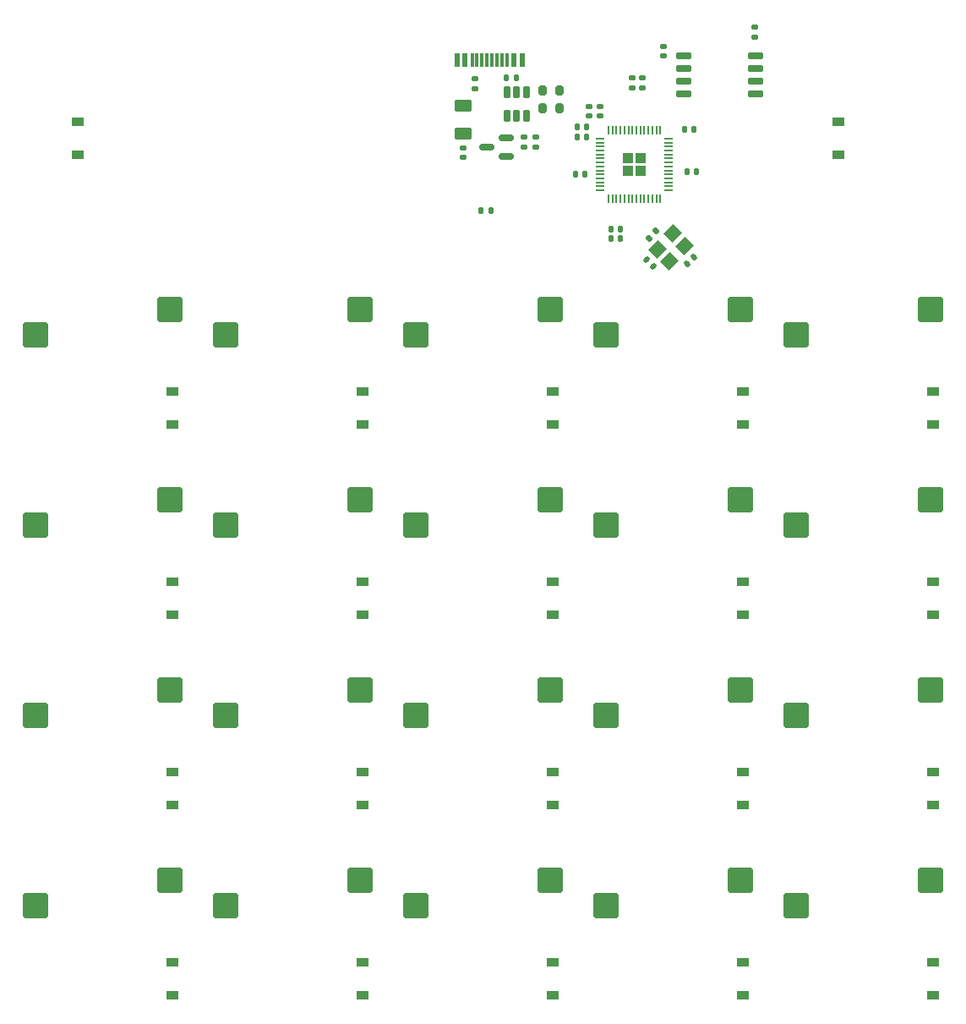
<source format=gbr>
%TF.GenerationSoftware,KiCad,Pcbnew,(6.0.7)*%
%TF.CreationDate,2022-10-27T14:14:11-04:00*%
%TF.ProjectId,BlueTeamPad,426c7565-5465-4616-9d50-61642e6b6963,rev?*%
%TF.SameCoordinates,Original*%
%TF.FileFunction,Paste,Bot*%
%TF.FilePolarity,Positive*%
%FSLAX46Y46*%
G04 Gerber Fmt 4.6, Leading zero omitted, Abs format (unit mm)*
G04 Created by KiCad (PCBNEW (6.0.7)) date 2022-10-27 14:14:11*
%MOMM*%
%LPD*%
G01*
G04 APERTURE LIST*
G04 Aperture macros list*
%AMRoundRect*
0 Rectangle with rounded corners*
0 $1 Rounding radius*
0 $2 $3 $4 $5 $6 $7 $8 $9 X,Y pos of 4 corners*
0 Add a 4 corners polygon primitive as box body*
4,1,4,$2,$3,$4,$5,$6,$7,$8,$9,$2,$3,0*
0 Add four circle primitives for the rounded corners*
1,1,$1+$1,$2,$3*
1,1,$1+$1,$4,$5*
1,1,$1+$1,$6,$7*
1,1,$1+$1,$8,$9*
0 Add four rect primitives between the rounded corners*
20,1,$1+$1,$2,$3,$4,$5,0*
20,1,$1+$1,$4,$5,$6,$7,0*
20,1,$1+$1,$6,$7,$8,$9,0*
20,1,$1+$1,$8,$9,$2,$3,0*%
%AMRotRect*
0 Rectangle, with rotation*
0 The origin of the aperture is its center*
0 $1 length*
0 $2 width*
0 $3 Rotation angle, in degrees counterclockwise*
0 Add horizontal line*
21,1,$1,$2,0,0,$3*%
G04 Aperture macros list end*
%ADD10R,1.200000X0.900000*%
%ADD11RoundRect,0.250000X1.025000X1.000000X-1.025000X1.000000X-1.025000X-1.000000X1.025000X-1.000000X0*%
%ADD12RoundRect,0.150000X0.650000X0.150000X-0.650000X0.150000X-0.650000X-0.150000X0.650000X-0.150000X0*%
%ADD13RoundRect,0.150000X-0.150000X0.475000X-0.150000X-0.475000X0.150000X-0.475000X0.150000X0.475000X0*%
%ADD14RoundRect,0.135000X0.135000X0.185000X-0.135000X0.185000X-0.135000X-0.185000X0.135000X-0.185000X0*%
%ADD15RoundRect,0.140000X-0.140000X-0.170000X0.140000X-0.170000X0.140000X0.170000X-0.140000X0.170000X0*%
%ADD16RoundRect,0.200000X0.200000X0.275000X-0.200000X0.275000X-0.200000X-0.275000X0.200000X-0.275000X0*%
%ADD17RoundRect,0.140000X0.170000X-0.140000X0.170000X0.140000X-0.170000X0.140000X-0.170000X-0.140000X0*%
%ADD18RoundRect,0.140000X0.140000X0.170000X-0.140000X0.170000X-0.140000X-0.170000X0.140000X-0.170000X0*%
%ADD19RoundRect,0.250000X-0.625000X0.375000X-0.625000X-0.375000X0.625000X-0.375000X0.625000X0.375000X0*%
%ADD20RoundRect,0.250000X0.292217X0.292217X-0.292217X0.292217X-0.292217X-0.292217X0.292217X-0.292217X0*%
%ADD21RoundRect,0.050000X0.387500X0.050000X-0.387500X0.050000X-0.387500X-0.050000X0.387500X-0.050000X0*%
%ADD22RoundRect,0.050000X0.050000X0.387500X-0.050000X0.387500X-0.050000X-0.387500X0.050000X-0.387500X0*%
%ADD23RoundRect,0.140000X0.021213X-0.219203X0.219203X-0.021213X-0.021213X0.219203X-0.219203X0.021213X0*%
%ADD24RoundRect,0.140000X-0.170000X0.140000X-0.170000X-0.140000X0.170000X-0.140000X0.170000X0.140000X0*%
%ADD25RoundRect,0.200000X-0.200000X-0.275000X0.200000X-0.275000X0.200000X0.275000X-0.200000X0.275000X0*%
%ADD26RoundRect,0.135000X-0.185000X0.135000X-0.185000X-0.135000X0.185000X-0.135000X0.185000X0.135000X0*%
%ADD27RoundRect,0.150000X0.587500X0.150000X-0.587500X0.150000X-0.587500X-0.150000X0.587500X-0.150000X0*%
%ADD28RoundRect,0.140000X0.219203X0.021213X0.021213X0.219203X-0.219203X-0.021213X-0.021213X-0.219203X0*%
%ADD29RoundRect,0.135000X0.035355X-0.226274X0.226274X-0.035355X-0.035355X0.226274X-0.226274X0.035355X0*%
%ADD30R,0.600000X1.450000*%
%ADD31R,0.300000X1.450000*%
%ADD32RoundRect,0.135000X0.185000X-0.135000X0.185000X0.135000X-0.185000X0.135000X-0.185000X-0.135000X0*%
%ADD33RoundRect,0.135000X-0.135000X-0.185000X0.135000X-0.185000X0.135000X0.185000X-0.135000X0.185000X0*%
%ADD34RotRect,1.400000X1.200000X45.000000*%
G04 APERTURE END LIST*
D10*
%TO.C,D10*%
X109537500Y-114362500D03*
X109537500Y-111062500D03*
%TD*%
D11*
%TO.C,SW20*%
X76777500Y-143510000D03*
X90227500Y-140970000D03*
%TD*%
D10*
%TO.C,D5*%
X109537500Y-95312500D03*
X109537500Y-92012500D03*
%TD*%
%TO.C,D2*%
X138112500Y-68325000D03*
X138112500Y-65025000D03*
%TD*%
D12*
%TO.C,U3*%
X129806250Y-58420000D03*
X129806250Y-59690000D03*
X129806250Y-60960000D03*
X129806250Y-62230000D03*
X122606250Y-62230000D03*
X122606250Y-60960000D03*
X122606250Y-59690000D03*
X122606250Y-58420000D03*
%TD*%
D10*
%TO.C,D15*%
X109537500Y-133412500D03*
X109537500Y-130112500D03*
%TD*%
D13*
%TO.C,U2*%
X104968000Y-62071000D03*
X105918000Y-62071000D03*
X106868000Y-62071000D03*
X106868000Y-64421000D03*
X105918000Y-64421000D03*
X104968000Y-64421000D03*
%TD*%
D14*
%TO.C,R4*%
X105920000Y-60579000D03*
X104900000Y-60579000D03*
%TD*%
D10*
%TO.C,D4*%
X90487500Y-95312500D03*
X90487500Y-92012500D03*
%TD*%
D15*
%TO.C,C16*%
X122952000Y-69993000D03*
X123912000Y-69993000D03*
%TD*%
D11*
%TO.C,SW5*%
X76777500Y-86360000D03*
X90227500Y-83820000D03*
%TD*%
%TO.C,SW6*%
X95827500Y-86360000D03*
X109277500Y-83820000D03*
%TD*%
D10*
%TO.C,D19*%
X90487500Y-152462500D03*
X90487500Y-149162500D03*
%TD*%
D15*
%TO.C,C14*%
X122710000Y-65786000D03*
X123670000Y-65786000D03*
%TD*%
D10*
%TO.C,D1*%
X61912500Y-68325000D03*
X61912500Y-65025000D03*
%TD*%
D16*
%TO.C,R1*%
X110172000Y-61849000D03*
X108522000Y-61849000D03*
%TD*%
D17*
%TO.C,C5*%
X117449600Y-61598750D03*
X117449600Y-60638750D03*
%TD*%
%TO.C,C11*%
X120650000Y-58442800D03*
X120650000Y-57482800D03*
%TD*%
D18*
%TO.C,C12*%
X112900400Y-66548000D03*
X111940400Y-66548000D03*
%TD*%
D10*
%TO.C,D22*%
X147637500Y-152462500D03*
X147637500Y-149162500D03*
%TD*%
D11*
%TO.C,SW21*%
X95827500Y-143510000D03*
X109277500Y-140970000D03*
%TD*%
%TO.C,SW22*%
X114877500Y-143510000D03*
X128327500Y-140970000D03*
%TD*%
D18*
%TO.C,C13*%
X116304000Y-76708000D03*
X115344000Y-76708000D03*
%TD*%
D10*
%TO.C,D9*%
X90487500Y-114362500D03*
X90487500Y-111062500D03*
%TD*%
D19*
%TO.C,F1*%
X100584000Y-63370000D03*
X100584000Y-66170000D03*
%TD*%
D20*
%TO.C,U1*%
X118341100Y-68653700D03*
X117066100Y-68653700D03*
X118341100Y-69928700D03*
X117066100Y-69928700D03*
D21*
X121141100Y-66691200D03*
X121141100Y-67091200D03*
X121141100Y-67491200D03*
X121141100Y-67891200D03*
X121141100Y-68291200D03*
X121141100Y-68691200D03*
X121141100Y-69091200D03*
X121141100Y-69491200D03*
X121141100Y-69891200D03*
X121141100Y-70291200D03*
X121141100Y-70691200D03*
X121141100Y-71091200D03*
X121141100Y-71491200D03*
X121141100Y-71891200D03*
D22*
X120303600Y-72728700D03*
X119903600Y-72728700D03*
X119503600Y-72728700D03*
X119103600Y-72728700D03*
X118703600Y-72728700D03*
X118303600Y-72728700D03*
X117903600Y-72728700D03*
X117503600Y-72728700D03*
X117103600Y-72728700D03*
X116703600Y-72728700D03*
X116303600Y-72728700D03*
X115903600Y-72728700D03*
X115503600Y-72728700D03*
X115103600Y-72728700D03*
D21*
X114266100Y-71891200D03*
X114266100Y-71491200D03*
X114266100Y-71091200D03*
X114266100Y-70691200D03*
X114266100Y-70291200D03*
X114266100Y-69891200D03*
X114266100Y-69491200D03*
X114266100Y-69091200D03*
X114266100Y-68691200D03*
X114266100Y-68291200D03*
X114266100Y-67891200D03*
X114266100Y-67491200D03*
X114266100Y-67091200D03*
X114266100Y-66691200D03*
D22*
X115103600Y-65853700D03*
X115503600Y-65853700D03*
X115903600Y-65853700D03*
X116303600Y-65853700D03*
X116703600Y-65853700D03*
X117103600Y-65853700D03*
X117503600Y-65853700D03*
X117903600Y-65853700D03*
X118303600Y-65853700D03*
X118703600Y-65853700D03*
X119103600Y-65853700D03*
X119503600Y-65853700D03*
X119903600Y-65853700D03*
X120303600Y-65853700D03*
%TD*%
D18*
%TO.C,C15*%
X112748000Y-70231000D03*
X111788000Y-70231000D03*
%TD*%
D11*
%TO.C,SW13*%
X133927500Y-105410000D03*
X147377500Y-102870000D03*
%TD*%
%TO.C,SW18*%
X133927500Y-124460000D03*
X147377500Y-121920000D03*
%TD*%
D10*
%TO.C,D6*%
X128587500Y-95312500D03*
X128587500Y-92012500D03*
%TD*%
D23*
%TO.C,C3*%
X122977589Y-79206411D03*
X123656411Y-78527589D03*
%TD*%
D11*
%TO.C,SW16*%
X95827500Y-124460000D03*
X109277500Y-121920000D03*
%TD*%
D10*
%TO.C,D8*%
X71437500Y-114362500D03*
X71437500Y-111062500D03*
%TD*%
D11*
%TO.C,SW11*%
X95827500Y-105410000D03*
X109277500Y-102870000D03*
%TD*%
D10*
%TO.C,D18*%
X71437500Y-152462500D03*
X71437500Y-149162500D03*
%TD*%
D24*
%TO.C,C2*%
X100584000Y-67620000D03*
X100584000Y-68580000D03*
%TD*%
D25*
%TO.C,R2*%
X108522000Y-63627000D03*
X110172000Y-63627000D03*
%TD*%
D11*
%TO.C,SW12*%
X114877500Y-105410000D03*
X128327500Y-102870000D03*
%TD*%
D17*
%TO.C,C8*%
X118516400Y-61598750D03*
X118516400Y-60638750D03*
%TD*%
D26*
%TO.C,R6*%
X129794000Y-55497000D03*
X129794000Y-56517000D03*
%TD*%
D17*
%TO.C,C1*%
X106680000Y-67536000D03*
X106680000Y-66576000D03*
%TD*%
D11*
%TO.C,SW9*%
X57727500Y-105410000D03*
X71177500Y-102870000D03*
%TD*%
%TO.C,SW10*%
X76777500Y-105410000D03*
X90227500Y-102870000D03*
%TD*%
D18*
%TO.C,C7*%
X116304000Y-75742800D03*
X115344000Y-75742800D03*
%TD*%
D10*
%TO.C,D16*%
X128587500Y-133412500D03*
X128587500Y-130112500D03*
%TD*%
D11*
%TO.C,SW7*%
X114877500Y-86360000D03*
X128327500Y-83820000D03*
%TD*%
D27*
%TO.C,U4*%
X104823500Y-66614000D03*
X104823500Y-68514000D03*
X102948500Y-67564000D03*
%TD*%
D10*
%TO.C,D11*%
X128587500Y-114362500D03*
X128587500Y-111062500D03*
%TD*%
D17*
%TO.C,C9*%
X107823000Y-67536000D03*
X107823000Y-66576000D03*
%TD*%
D28*
%TO.C,C4*%
X119592411Y-79460411D03*
X118913589Y-78781589D03*
%TD*%
D11*
%TO.C,SW15*%
X76777500Y-124460000D03*
X90227500Y-121920000D03*
%TD*%
D10*
%TO.C,D14*%
X90487500Y-133412500D03*
X90487500Y-130112500D03*
%TD*%
%TO.C,D3*%
X71437500Y-95312500D03*
X71437500Y-92012500D03*
%TD*%
D29*
%TO.C,R5*%
X119146376Y-76687624D03*
X119867624Y-75966376D03*
%TD*%
D30*
%TO.C,J1*%
X99937500Y-58813750D03*
X100737500Y-58813750D03*
D31*
X101937500Y-58813750D03*
X102937500Y-58813750D03*
X103437500Y-58813750D03*
X104437500Y-58813750D03*
D30*
X105637500Y-58813750D03*
X106437500Y-58813750D03*
X106437500Y-58813750D03*
X105637500Y-58813750D03*
D31*
X104937500Y-58813750D03*
X103937500Y-58813750D03*
X102437500Y-58813750D03*
X101437500Y-58813750D03*
D30*
X100737500Y-58813750D03*
X99937500Y-58813750D03*
%TD*%
D32*
%TO.C,R3*%
X101727000Y-61724000D03*
X101727000Y-60704000D03*
%TD*%
D10*
%TO.C,D12*%
X147637500Y-114362500D03*
X147637500Y-111062500D03*
%TD*%
D33*
%TO.C,R7*%
X102360000Y-73914000D03*
X103380000Y-73914000D03*
%TD*%
D10*
%TO.C,D17*%
X147637500Y-133412500D03*
X147637500Y-130112500D03*
%TD*%
D34*
%TO.C,Y1*%
X119983365Y-77773777D03*
X121539000Y-76218142D03*
X122741081Y-77420223D03*
X121185446Y-78975858D03*
%TD*%
D17*
%TO.C,C10*%
X113131600Y-64437200D03*
X113131600Y-63477200D03*
%TD*%
D11*
%TO.C,SW4*%
X57727500Y-86360000D03*
X71177500Y-83820000D03*
%TD*%
D10*
%TO.C,D13*%
X71437500Y-133412500D03*
X71437500Y-130112500D03*
%TD*%
D17*
%TO.C,C6*%
X114300000Y-64437200D03*
X114300000Y-63477200D03*
%TD*%
D11*
%TO.C,SW8*%
X133927500Y-86360000D03*
X147377500Y-83820000D03*
%TD*%
%TO.C,SW23*%
X133927500Y-143510000D03*
X147377500Y-140970000D03*
%TD*%
%TO.C,SW19*%
X57727500Y-143510000D03*
X71177500Y-140970000D03*
%TD*%
D10*
%TO.C,D7*%
X147637500Y-95312500D03*
X147637500Y-92012500D03*
%TD*%
%TO.C,D21*%
X128587500Y-152462500D03*
X128587500Y-149162500D03*
%TD*%
D18*
%TO.C,C17*%
X112900400Y-65532000D03*
X111940400Y-65532000D03*
%TD*%
D10*
%TO.C,D20*%
X109537500Y-152462500D03*
X109537500Y-149162500D03*
%TD*%
D11*
%TO.C,SW14*%
X57727500Y-124460000D03*
X71177500Y-121920000D03*
%TD*%
%TO.C,SW17*%
X114877500Y-124460000D03*
X128327500Y-121920000D03*
%TD*%
M02*

</source>
